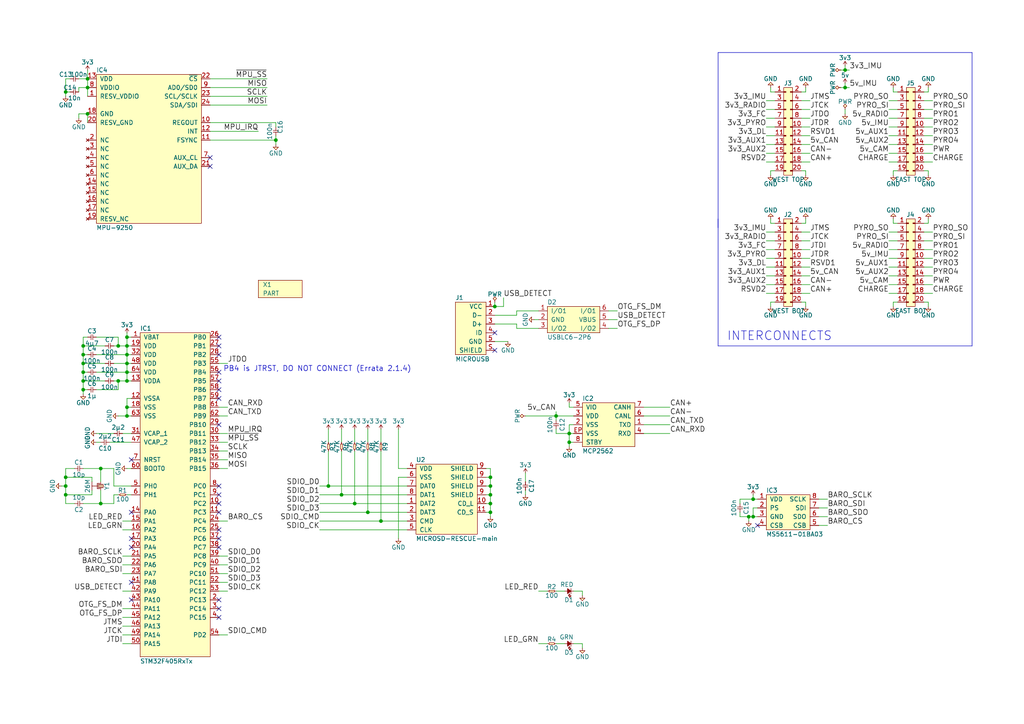
<source format=kicad_sch>
(kicad_sch (version 20230121) (generator eeschema)
  (paper "A4")
  (title_block (title "M3 IMU board schematic") (date "2017-07-28") (rev "3.1") (company "Cambridge University Spaceflight") (comment 1 "Drawn by: Gregory Brooks"))
  (junction (at 24.13 102.87))
  (junction (at 143.51 88.9))
  (junction (at 24.13 105.41))
  (junction (at 36.83 97.79))
  (junction (at 36.83 102.87))
  (junction (at 102.87 146.05))
  (junction (at 245.11 25.4))
  (junction (at 29.21 146.05))
  (junction (at 34.29 110.49))
  (junction (at 218.44 144.78))
  (junction (at 36.83 105.41))
  (junction (at 142.24 138.43))
  (junction (at 19.05 26.67))
  (junction (at 36.83 100.33))
  (junction (at 165.1 125.73))
  (junction (at 34.29 100.33))
  (junction (at 217.17 149.86))
  (junction (at 95.25 140.97))
  (junction (at 24.13 110.49))
  (junction (at 24.13 100.33))
  (junction (at 99.06 143.51))
  (junction (at 25.4 25.4))
  (junction (at 24.13 113.03))
  (junction (at 142.24 146.05))
  (junction (at 36.83 107.95))
  (junction (at 36.83 118.11))
  (junction (at 25.4 33.02))
  (junction (at 36.83 110.49))
  (junction (at 80.01 40.64))
  (junction (at 106.68 148.59))
  (junction (at 142.24 140.97))
  (junction (at 19.05 138.43))
  (junction (at 245.11 20.32))
  (junction (at 19.05 143.51))
  (junction (at 29.21 135.89))
  (junction (at 24.13 107.95))
  (junction (at 25.4 22.86))
  (junction (at 19.05 140.97))
  (junction (at 165.1 128.27))
  (junction (at 218.44 149.86))
  (junction (at 110.49 151.13))
  (junction (at 161.29 120.65))
  (junction (at 142.24 143.51))
  (junction (at 142.24 148.59))
  (junction (at 36.83 120.65))
  (no_connect (at 38.1 133.35))
  (no_connect (at 63.5 113.03))
  (no_connect (at 63.5 140.97))
  (no_connect (at 63.5 97.79))
  (no_connect (at 60.96 45.72))
  (no_connect (at 143.51 96.52))
  (no_connect (at 38.1 173.99))
  (no_connect (at 63.5 153.67))
  (no_connect (at 38.1 168.91))
  (no_connect (at 63.5 123.19))
  (no_connect (at 63.5 156.21))
  (no_connect (at 63.5 148.59))
  (no_connect (at 63.5 115.57))
  (no_connect (at 38.1 158.75))
  (no_connect (at 63.5 158.75))
  (no_connect (at 219.71 152.4))
  (no_connect (at 63.5 176.53))
  (no_connect (at 63.5 100.33))
  (no_connect (at 63.5 102.87))
  (no_connect (at 38.1 156.21))
  (no_connect (at 38.1 148.59))
  (no_connect (at 63.5 173.99))
  (no_connect (at 63.5 146.05))
  (no_connect (at 63.5 107.95))
  (no_connect (at 143.51 101.6))
  (no_connect (at 63.5 110.49))
  (no_connect (at 63.5 143.51))
  (no_connect (at 63.5 179.07))
  (no_connect (at 60.96 48.26))
  (wire (pts (xy 38.1 118.11) (xy 36.83 118.11)))
  (wire (pts (xy 223.52 26.67) (xy 224.79 26.67)))
  (wire (pts (xy 232.41 67.31) (xy 234.95 67.31)))
  (wire (pts (xy 222.25 34.29) (xy 224.79 34.29)))
  (wire (pts (xy 218.44 149.86) (xy 219.71 149.86)))
  (wire (pts (xy 33.02 100.33) (xy 34.29 100.33)))
  (wire (pts (xy 224.79 67.31) (xy 222.25 67.31)))
  (wire (pts (xy 19.05 22.86) (xy 19.05 26.67)))
  (wire (pts (xy 38.1 143.51) (xy 36.83 143.51)))
  (wire (pts (xy 232.41 80.01) (xy 234.95 80.01)))
  (wire (pts (xy 63.5 118.11) (xy 66.04 118.11)))
  (wire (pts (xy 118.11 138.43) (xy 115.57 138.43)))
  (wire (pts (xy 60.96 25.4) (xy 77.47 25.4)))
  (wire (pts (xy 33.02 105.41) (xy 36.83 105.41)))
  (wire (pts (xy 20.32 26.67) (xy 19.05 26.67)))
  (wire (pts (xy 80.01 39.37) (xy 80.01 40.64)))
  (wire (pts (xy 260.35 64.77) (xy 259.08 64.77)))
  (wire (pts (xy 30.48 100.33) (xy 24.13 100.33)))
  (wire (pts (xy 80.01 35.56) (xy 80.01 36.83)))
  (wire (pts (xy 118.11 153.67) (xy 92.71 153.67)))
  (wire (pts (xy 224.79 77.47) (xy 222.25 77.47)))
  (wire (pts (xy 26.67 138.43) (xy 19.05 138.43)))
  (wire (pts (xy 218.44 144.78) (xy 219.71 144.78)))
  (wire (pts (xy 27.94 113.03) (xy 34.29 113.03)))
  (wire (pts (xy 165.1 123.19) (xy 165.1 125.73)))
  (wire (pts (xy 34.29 143.51) (xy 33.02 143.51)))
  (wire (pts (xy 260.35 72.39) (xy 257.81 72.39)))
  (wire (pts (xy 260.35 77.47) (xy 257.81 77.47)))
  (wire (pts (xy 36.83 102.87) (xy 38.1 102.87)))
  (wire (pts (xy 224.79 69.85) (xy 222.25 69.85)))
  (wire (pts (xy 269.24 26.67) (xy 269.24 25.4)))
  (wire (pts (xy 24.13 113.03) (xy 24.13 114.3)))
  (wire (pts (xy 22.86 25.4) (xy 25.4 25.4)))
  (wire (pts (xy 214.63 148.59) (xy 214.63 149.86)))
  (wire (pts (xy 224.79 80.01) (xy 222.25 80.01)))
  (wire (pts (xy 110.49 151.13) (xy 118.11 151.13)))
  (wire (pts (xy 26.67 143.51) (xy 19.05 143.51)))
  (wire (pts (xy 161.29 120.65) (xy 161.29 121.92)))
  (wire (pts (xy 143.51 91.44) (xy 149.86 91.44)))
  (wire (pts (xy 149.86 91.44) (xy 149.86 90.17)))
  (wire (pts (xy 60.96 35.56) (xy 80.01 35.56)))
  (wire (pts (xy 35.56 166.37) (xy 38.1 166.37)))
  (wire (pts (xy 260.35 67.31) (xy 257.81 67.31)))
  (polyline (pts (xy 281.94 100.33) (xy 208.28 100.33)))
  (wire (pts (xy 267.97 46.99) (xy 270.51 46.99)))
  (wire (pts (xy 35.56 161.29) (xy 38.1 161.29)))
  (wire (pts (xy 19.05 138.43) (xy 19.05 140.97)))
  (wire (pts (xy 166.37 128.27) (xy 165.1 128.27)))
  (wire (pts (xy 19.05 140.97) (xy 17.78 140.97)))
  (wire (pts (xy 270.51 31.75) (xy 267.97 31.75)))
  (wire (pts (xy 19.05 140.97) (xy 19.05 143.51)))
  (wire (pts (xy 270.51 36.83) (xy 267.97 36.83)))
  (wire (pts (xy 143.51 87.63) (xy 143.51 88.9)))
  (wire (pts (xy 270.51 82.55) (xy 267.97 82.55)))
  (wire (pts (xy 154.94 92.71) (xy 156.21 92.71)))
  (wire (pts (xy 257.81 31.75) (xy 260.35 31.75)))
  (wire (pts (xy 66.04 128.27) (xy 63.5 128.27)))
  (wire (pts (xy 267.97 64.77) (xy 269.24 64.77)))
  (wire (pts (xy 66.04 168.91) (xy 63.5 168.91)))
  (wire (pts (xy 224.79 72.39) (xy 222.25 72.39)))
  (wire (pts (xy 232.41 85.09) (xy 234.95 85.09)))
  (wire (pts (xy 34.29 97.79) (xy 34.29 100.33)))
  (wire (pts (xy 34.29 100.33) (xy 36.83 100.33)))
  (wire (pts (xy 24.13 97.79) (xy 24.13 100.33)))
  (wire (pts (xy 24.13 110.49) (xy 24.13 113.03)))
  (wire (pts (xy 99.06 124.46) (xy 99.06 128.27)))
  (wire (pts (xy 269.24 64.77) (xy 269.24 63.5)))
  (wire (pts (xy 260.35 34.29) (xy 257.81 34.29)))
  (wire (pts (xy 222.25 41.91) (xy 224.79 41.91)))
  (wire (pts (xy 223.52 87.63) (xy 223.52 88.9)))
  (wire (pts (xy 142.24 143.51) (xy 142.24 146.05)))
  (wire (pts (xy 140.97 146.05) (xy 142.24 146.05)))
  (wire (pts (xy 33.02 140.97) (xy 38.1 140.97)))
  (wire (pts (xy 60.96 30.48) (xy 77.47 30.48)))
  (wire (pts (xy 38.1 186.69) (xy 35.56 186.69)))
  (wire (pts (xy 60.96 22.86) (xy 77.47 22.86)))
  (wire (pts (xy 27.94 128.27) (xy 29.21 128.27)))
  (wire (pts (xy 30.48 105.41) (xy 24.13 105.41)))
  (wire (pts (xy 217.17 149.86) (xy 218.44 149.86)))
  (wire (pts (xy 222.25 29.21) (xy 224.79 29.21)))
  (wire (pts (xy 143.51 88.9) (xy 146.05 88.9)))
  (wire (pts (xy 36.83 96.52) (xy 36.83 97.79)))
  (wire (pts (xy 25.4 102.87) (xy 24.13 102.87)))
  (wire (pts (xy 163.83 186.69) (xy 161.29 186.69)))
  (wire (pts (xy 237.49 152.4) (xy 240.03 152.4)))
  (wire (pts (xy 142.24 140.97) (xy 142.24 143.51)))
  (wire (pts (xy 237.49 147.32) (xy 240.03 147.32)))
  (wire (pts (xy 232.41 26.67) (xy 233.68 26.67)))
  (wire (pts (xy 102.87 146.05) (xy 118.11 146.05)))
  (wire (pts (xy 143.51 93.98) (xy 149.86 93.98)))
  (wire (pts (xy 257.81 80.01) (xy 260.35 80.01)))
  (wire (pts (xy 257.81 36.83) (xy 260.35 36.83)))
  (wire (pts (xy 222.25 31.75) (xy 224.79 31.75)))
  (wire (pts (xy 63.5 171.45) (xy 66.04 171.45)))
  (wire (pts (xy 243.84 25.4) (xy 245.11 25.4)))
  (wire (pts (xy 140.97 140.97) (xy 142.24 140.97)))
  (wire (pts (xy 260.35 82.55) (xy 257.81 82.55)))
  (wire (pts (xy 267.97 80.01) (xy 270.51 80.01)))
  (wire (pts (xy 115.57 124.46) (xy 115.57 135.89)))
  (wire (pts (xy 102.87 130.81) (xy 102.87 146.05)))
  (wire (pts (xy 36.83 97.79) (xy 36.83 100.33)))
  (wire (pts (xy 142.24 135.89) (xy 142.24 138.43)))
  (wire (pts (xy 36.83 120.65) (xy 38.1 120.65)))
  (wire (pts (xy 66.04 125.73) (xy 63.5 125.73)))
  (wire (pts (xy 38.1 179.07) (xy 35.56 179.07)))
  (wire (pts (xy 269.24 87.63) (xy 269.24 88.9)))
  (wire (pts (xy 36.83 118.11) (xy 36.83 120.65)))
  (wire (pts (xy 36.83 110.49) (xy 38.1 110.49)))
  (wire (pts (xy 115.57 138.43) (xy 115.57 156.21)))
  (wire (pts (xy 66.04 105.41) (xy 63.5 105.41)))
  (wire (pts (xy 259.08 50.8) (xy 259.08 49.53)))
  (wire (pts (xy 259.08 64.77) (xy 259.08 63.5)))
  (wire (pts (xy 223.52 64.77) (xy 224.79 64.77)))
  (wire (pts (xy 166.37 123.19) (xy 165.1 123.19)))
  (wire (pts (xy 259.08 25.4) (xy 259.08 26.67)))
  (wire (pts (xy 106.68 130.81) (xy 106.68 148.59)))
  (wire (pts (xy 66.04 120.65) (xy 63.5 120.65)))
  (wire (pts (xy 35.56 125.73) (xy 38.1 125.73)))
  (wire (pts (xy 152.4 142.24) (xy 152.4 143.51)))
  (wire (pts (xy 267.97 87.63) (xy 269.24 87.63)))
  (wire (pts (xy 165.1 125.73) (xy 166.37 125.73)))
  (wire (pts (xy 34.29 120.65) (xy 36.83 120.65)))
  (wire (pts (xy 140.97 138.43) (xy 142.24 138.43)))
  (wire (pts (xy 92.71 146.05) (xy 102.87 146.05)))
  (wire (pts (xy 20.32 22.86) (xy 19.05 22.86)))
  (wire (pts (xy 257.81 69.85) (xy 260.35 69.85)))
  (wire (pts (xy 25.4 33.02) (xy 25.4 35.56)))
  (wire (pts (xy 267.97 34.29) (xy 270.51 34.29)))
  (wire (pts (xy 33.02 110.49) (xy 34.29 110.49)))
  (wire (pts (xy 118.11 148.59) (xy 106.68 148.59)))
  (wire (pts (xy 161.29 124.46) (xy 161.29 125.73)))
  (wire (pts (xy 214.63 146.05) (xy 214.63 144.78)))
  (wire (pts (xy 223.52 50.8) (xy 223.52 49.53)))
  (wire (pts (xy 232.41 46.99) (xy 234.95 46.99)))
  (wire (pts (xy 222.25 46.99) (xy 224.79 46.99)))
  (wire (pts (xy 25.4 25.4) (xy 25.4 27.94)))
  (wire (pts (xy 95.25 130.81) (xy 95.25 140.97)))
  (wire (pts (xy 149.86 90.17) (xy 156.21 90.17)))
  (wire (pts (xy 29.21 142.24) (xy 29.21 146.05)))
  (wire (pts (xy 22.86 26.67) (xy 22.86 25.4)))
  (wire (pts (xy 245.11 19.05) (xy 245.11 20.32)))
  (wire (pts (xy 25.4 33.02) (xy 22.86 33.02)))
  (wire (pts (xy 66.04 163.83) (xy 63.5 163.83)))
  (polyline (pts (xy 208.28 66.04) (xy 208.28 63.5)))
  (wire (pts (xy 233.68 64.77) (xy 233.68 63.5)))
  (wire (pts (xy 240.03 149.86) (xy 237.49 149.86)))
  (wire (pts (xy 33.02 143.51) (xy 33.02 146.05)))
  (wire (pts (xy 233.68 87.63) (xy 233.68 88.9)))
  (wire (pts (xy 223.52 49.53) (xy 224.79 49.53)))
  (wire (pts (xy 35.56 153.67) (xy 38.1 153.67)))
  (wire (pts (xy 66.04 135.89) (xy 63.5 135.89)))
  (wire (pts (xy 25.4 20.32) (xy 25.4 22.86)))
  (wire (pts (xy 222.25 82.55) (xy 224.79 82.55)))
  (wire (pts (xy 102.87 124.46) (xy 102.87 128.27)))
  (wire (pts (xy 24.13 105.41) (xy 24.13 107.95)))
  (wire (pts (xy 35.56 184.15) (xy 38.1 184.15)))
  (wire (pts (xy 25.4 22.86) (xy 25.4 25.4)))
  (wire (pts (xy 245.11 31.75) (xy 245.11 33.02)))
  (wire (pts (xy 267.97 67.31) (xy 270.51 67.31)))
  (wire (pts (xy 35.56 176.53) (xy 38.1 176.53)))
  (wire (pts (xy 63.5 166.37) (xy 66.04 166.37)))
  (wire (pts (xy 223.52 63.5) (xy 223.52 64.77)))
  (wire (pts (xy 165.1 128.27) (xy 165.1 129.54)))
  (wire (pts (xy 267.97 85.09) (xy 270.51 85.09)))
  (wire (pts (xy 166.37 118.11) (xy 165.1 118.11)))
  (wire (pts (xy 146.05 88.9) (xy 146.05 86.36)))
  (wire (pts (xy 30.48 110.49) (xy 24.13 110.49)))
  (wire (pts (xy 222.25 44.45) (xy 224.79 44.45)))
  (wire (pts (xy 219.71 147.32) (xy 218.44 147.32)))
  (wire (pts (xy 36.83 135.89) (xy 38.1 135.89)))
  (wire (pts (xy 217.17 149.86) (xy 217.17 151.13)))
  (wire (pts (xy 232.41 31.75) (xy 234.95 31.75)))
  (wire (pts (xy 267.97 39.37) (xy 270.51 39.37)))
  (wire (pts (xy 163.83 171.45) (xy 161.29 171.45)))
  (wire (pts (xy 142.24 135.89) (xy 140.97 135.89)))
  (wire (pts (xy 152.4 120.65) (xy 161.29 120.65)))
  (wire (pts (xy 34.29 113.03) (xy 34.29 110.49)))
  (wire (pts (xy 25.4 22.86) (xy 22.86 22.86)))
  (wire (pts (xy 156.21 171.45) (xy 158.75 171.45)))
  (wire (pts (xy 19.05 143.51) (xy 19.05 146.05)))
  (wire (pts (xy 22.86 33.02) (xy 22.86 34.29)))
  (wire (pts (xy 142.24 138.43) (xy 142.24 140.97)))
  (wire (pts (xy 115.57 135.89) (xy 118.11 135.89)))
  (wire (pts (xy 186.69 118.11) (xy 194.31 118.11)))
  (wire (pts (xy 257.81 41.91) (xy 260.35 41.91)))
  (wire (pts (xy 38.1 163.83) (xy 35.56 163.83)))
  (wire (pts (xy 36.83 105.41) (xy 36.83 107.95)))
  (wire (pts (xy 232.41 82.55) (xy 234.95 82.55)))
  (wire (pts (xy 36.83 105.41) (xy 38.1 105.41)))
  (wire (pts (xy 36.83 102.87) (xy 36.83 105.41)))
  (wire (pts (xy 92.71 151.13) (xy 110.49 151.13)))
  (wire (pts (xy 29.21 139.7) (xy 29.21 135.89)))
  (wire (pts (xy 267.97 72.39) (xy 270.51 72.39)))
  (wire (pts (xy 19.05 135.89) (xy 19.05 138.43)))
  (wire (pts (xy 259.08 87.63) (xy 259.08 88.9)))
  (wire (pts (xy 92.71 140.97) (xy 95.25 140.97)))
  (wire (pts (xy 24.13 102.87) (xy 24.13 105.41)))
  (wire (pts (xy 99.06 130.81) (xy 99.06 143.51)))
  (wire (pts (xy 267.97 41.91) (xy 270.51 41.91)))
  (wire (pts (xy 106.68 148.59) (xy 92.71 148.59)))
  (wire (pts (xy 33.02 135.89) (xy 33.02 140.97)))
  (wire (pts (xy 267.97 49.53) (xy 269.24 49.53)))
  (wire (pts (xy 232.41 29.21) (xy 234.95 29.21)))
  (wire (pts (xy 19.05 26.67) (xy 19.05 27.94)))
  (wire (pts (xy 270.51 69.85) (xy 267.97 69.85)))
  (wire (pts (xy 222.25 39.37) (xy 224.79 39.37)))
  (wire (pts (xy 27.94 125.73) (xy 33.02 125.73)))
  (wire (pts (xy 24.13 107.95) (xy 24.13 110.49)))
  (wire (pts (xy 232.41 36.83) (xy 234.95 36.83)))
  (wire (pts (xy 232.41 87.63) (xy 233.68 87.63)))
  (wire (pts (xy 149.86 95.25) (xy 156.21 95.25)))
  (wire (pts (xy 33.02 146.05) (xy 29.21 146.05)))
  (wire (pts (xy 26.67 142.24) (xy 26.67 143.51)))
  (wire (pts (xy 257.81 85.09) (xy 260.35 85.09)))
  (wire (pts (xy 166.37 171.45) (xy 168.91 171.45)))
  (wire (pts (xy 143.51 99.06) (xy 147.32 99.06)))
  (wire (pts (xy 165.1 118.11) (xy 165.1 116.84)))
  (wire (pts (xy 186.69 123.19) (xy 194.31 123.19)))
  (wire (pts (xy 223.52 25.4) (xy 223.52 26.67)))
  (wire (pts (xy 25.4 107.95) (xy 24.13 107.95)))
  (wire (pts (xy 34.29 110.49) (xy 36.83 110.49)))
  (wire (pts (xy 36.83 107.95) (xy 36.83 110.49)))
  (wire (pts (xy 232.41 72.39) (xy 234.95 72.39)))
  (wire (pts (xy 233.68 49.53) (xy 233.68 50.8)))
  (wire (pts (xy 176.53 90.17) (xy 179.07 90.17)))
  (wire (pts (xy 176.53 95.25) (xy 179.07 95.25)))
  (wire (pts (xy 218.44 147.32) (xy 218.44 149.86)))
  (wire (pts (xy 267.97 26.67) (xy 269.24 26.67)))
  (wire (pts (xy 106.68 124.46) (xy 106.68 128.27)))
  (wire (pts (xy 240.03 144.78) (xy 237.49 144.78)))
  (wire (pts (xy 38.1 115.57) (xy 36.83 115.57)))
  (wire (pts (xy 224.79 74.93) (xy 222.25 74.93)))
  (wire (pts (xy 259.08 49.53) (xy 260.35 49.53)))
  (polyline (pts (xy 281.94 15.24) (xy 208.28 15.24)))
  (wire (pts (xy 243.84 20.32) (xy 245.11 20.32)))
  (wire (pts (xy 224.79 85.09) (xy 222.25 85.09)))
  (wire (pts (xy 161.29 119.38) (xy 161.29 120.65)))
  (wire (pts (xy 63.5 130.81) (xy 66.04 130.81)))
  (wire (pts (xy 27.94 97.79) (xy 34.29 97.79)))
  (polyline (pts (xy 208.28 15.24) (xy 208.28 100.33)))
  (wire (pts (xy 21.59 135.89) (xy 19.05 135.89)))
  (wire (pts (xy 161.29 125.73) (xy 165.1 125.73)))
  (wire (pts (xy 60.96 27.94) (xy 77.47 27.94)))
  (wire (pts (xy 29.21 135.89) (xy 33.02 135.89)))
  (wire (pts (xy 36.83 100.33) (xy 36.83 102.87)))
  (wire (pts (xy 38.1 171.45) (xy 35.56 171.45)))
  (wire (pts (xy 168.91 171.45) (xy 168.91 172.72)))
  (wire (pts (xy 149.86 93.98) (xy 149.86 95.25)))
  (wire (pts (xy 66.04 184.15) (xy 63.5 184.15)))
  (wire (pts (xy 60.96 40.64) (xy 80.01 40.64)))
  (wire (pts (xy 66.04 161.29) (xy 63.5 161.29)))
  (wire (pts (xy 259.08 26.67) (xy 260.35 26.67)))
  (wire (pts (xy 24.13 135.89) (xy 29.21 135.89)))
  (wire (pts (xy 140.97 143.51) (xy 142.24 143.51)))
  (wire (pts (xy 232.41 39.37) (xy 234.95 39.37)))
  (wire (pts (xy 29.21 146.05) (xy 24.13 146.05)))
  (wire (pts (xy 224.79 87.63) (xy 223.52 87.63)))
  (wire (pts (xy 24.13 100.33) (xy 24.13 102.87)))
  (wire (pts (xy 95.25 124.46) (xy 95.25 128.27)))
  (wire (pts (xy 66.04 151.13) (xy 63.5 151.13)))
  (wire (pts (xy 260.35 39.37) (xy 257.81 39.37)))
  (polyline (pts (xy 281.94 15.24) (xy 281.94 100.33)))
  (wire (pts (xy 232.41 34.29) (xy 234.95 34.29)))
  (wire (pts (xy 270.51 44.45) (xy 267.97 44.45)))
  (wire (pts (xy 36.83 115.57) (xy 36.83 118.11)))
  (wire (pts (xy 186.69 120.65) (xy 194.31 120.65)))
  (wire (pts (xy 35.56 151.13) (xy 38.1 151.13)))
  (wire (pts (xy 267.97 29.21) (xy 270.51 29.21)))
  (wire (pts (xy 232.41 41.91) (xy 234.95 41.91)))
  (wire (pts (xy 245.11 25.4) (xy 246.38 25.4)))
  (wire (pts (xy 270.51 74.93) (xy 267.97 74.93)))
  (wire (pts (xy 260.35 87.63) (xy 259.08 87.63)))
  (wire (pts (xy 232.41 44.45) (xy 234.95 44.45)))
  (wire (pts (xy 74.93 38.1) (xy 60.96 38.1)))
  (wire (pts (xy 38.1 128.27) (xy 31.75 128.27)))
  (wire (pts (xy 118.11 143.51) (xy 99.06 143.51)))
  (wire (pts (xy 36.83 107.95) (xy 38.1 107.95)))
  (wire (pts (xy 66.04 133.35) (xy 63.5 133.35)))
  (wire (pts (xy 27.94 107.95) (xy 36.83 107.95)))
  (wire (pts (xy 269.24 49.53) (xy 269.24 50.8)))
  (wire (pts (xy 25.4 97.79) (xy 24.13 97.79)))
  (wire (pts (xy 142.24 148.59) (xy 142.24 149.86)))
  (wire (pts (xy 245.11 25.4) (xy 245.11 24.13)))
  (wire (pts (xy 25.4 113.03) (xy 24.13 113.03)))
  (wire (pts (xy 161.29 120.65) (xy 166.37 120.65)))
  (wire (pts (xy 142.24 148.59) (xy 140.97 148.59)))
  (wire (pts (xy 168.91 186.69) (xy 168.91 187.96)))
  (wire (pts (xy 267.97 77.47) (xy 270.51 77.47)))
  (wire (pts (xy 27.94 102.87) (xy 36.83 102.87)))
  (wire (pts (xy 214.63 149.86) (xy 217.17 149.86)))
  (wire (pts (xy 142.24 146.05) (xy 142.24 148.59)))
  (wire (pts (xy 80.01 40.64) (xy 80.01 41.91)))
  (wire (pts (xy 36.83 100.33) (xy 38.1 100.33)))
  (wire (pts (xy 26.67 139.7) (xy 26.67 138.43)))
  (wire (pts (xy 110.49 130.81) (xy 110.49 151.13)))
  (wire (pts (xy 110.49 124.46) (xy 110.49 128.27)))
  (wire (pts (xy 179.07 92.71) (xy 176.53 92.71)))
  (wire (pts (xy 260.35 29.21) (xy 257.81 29.21)))
  (wire (pts (xy 38.1 181.61) (xy 35.56 181.61)))
  (wire (pts (xy 152.4 137.16) (xy 152.4 139.7)))
  (wire (pts (xy 95.25 140.97) (xy 118.11 140.97)))
  (wire (pts (xy 232.41 74.93) (xy 234.95 74.93)))
  (wire (pts (xy 99.06 143.51) (xy 92.71 143.51)))
  (wire (pts (xy 218.44 143.51) (xy 218.44 144.78)))
  (wire (pts (xy 232.41 49.53) (xy 233.68 49.53)))
  (wire (pts (xy 260.35 44.45) (xy 257.81 44.45)))
  (wire (pts (xy 19.05 146.05) (xy 21.59 146.05)))
  (wire (pts (xy 232.41 64.77) (xy 233.68 64.77)))
  (wire (pts (xy 257.81 74.93) (xy 260.35 74.93)))
  (wire (pts (xy 165.1 125.73) (xy 165.1 128.27)))
  (wire (pts (xy 245.11 20.32) (xy 246.38 20.32)))
  (wire (pts (xy 166.37 186.69) (xy 168.91 186.69)))
  (wire (pts (xy 257.81 46.99) (xy 260.35 46.99)))
  (wire (pts (xy 222.25 36.83) (xy 224.79 36.83)))
  (wire (pts (xy 232.41 77.47) (xy 234.95 77.47)))
  (wire (pts (xy 233.68 26.67) (xy 233.68 25.4)))
  (wire (pts (xy 232.41 69.85) (xy 234.95 69.85)))
  (wire (pts (xy 156.21 186.69) (xy 158.75 186.69)))
  (wire (pts (xy 186.69 125.73) (xy 194.31 125.73)))
  (wire (pts (xy 214.63 144.78) (xy 218.44 144.78)))
  (wire (pts (xy 36.83 97.79) (xy 38.1 97.79)))
  (text "PB4 is JTRST, DO NOT CONNECT (Errata 2.1.4)" (at 64.77 107.95 0) (effects (font (size 1.524 1.524)) (justify left bottom)))
  (text "INTERCONNECTS" (at 210.82 99.06 0) (effects (font (size 2.54 2.54)) (justify left bottom)))
  (label "3v3_DL" (at 222.25 77.47 180) (effects (font (size 1.524 1.524))))
  (label "RSVD2" (at 222.25 85.09 180) (effects (font (size 1.524 1.524))))
  (label "5v_CAN" (at 234.95 41.91 0) (effects (font (size 1.524 1.524))))
  (label "3v3_IMU" (at 222.25 67.31 180) (effects (font (size 1.524 1.524))))
  (label "BARO_SDI" (at 240.03 147.32 0) (effects (font (size 1.524 1.524))))
  (label "~{MPU_SS}" (at 66.04 128.27 0) (effects (font (size 1.524 1.524))))
  (label "3v3_PYRO" (at 222.25 36.83 180) (effects (font (size 1.524 1.524))))
  (label "3v3_AUX2" (at 222.25 82.55 180) (effects (font (size 1.524 1.524))))
  (label "JTDR" (at 234.95 74.93 0) (effects (font (size 1.524 1.524))))
  (label "SDIO_D0" (at 66.04 161.29 0) (effects (font (size 1.524 1.524))))
  (label "JTDI" (at 234.95 72.39 0) (effects (font (size 1.524 1.524))))
  (label "LED_RED" (at 35.56 151.13 180) (effects (font (size 1.524 1.524))))
  (label "CHARGE" (at 270.51 85.09 0) (effects (font (size 1.524 1.524))))
  (label "3v3_AUX1" (at 222.25 41.91 180) (effects (font (size 1.524 1.524))))
  (label "USB_DETECT" (at 35.56 171.45 180) (effects (font (size 1.524 1.524))))
  (label "BARO_SDI" (at 35.56 166.37 180) (effects (font (size 1.524 1.524))))
  (label "CAN+" (at 234.95 85.09 0) (effects (font (size 1.524 1.524))))
  (label "CAN-" (at 234.95 82.55 0) (effects (font (size 1.524 1.524))))
  (label "5v_IMU" (at 246.38 25.4 0) (effects (font (size 1.524 1.524))))
  (label "JTDR" (at 234.95 36.83 0) (effects (font (size 1.524 1.524))))
  (label "3v3_DL" (at 222.25 39.37 180) (effects (font (size 1.524 1.524))))
  (label "PYRO3" (at 270.51 77.47 0) (effects (font (size 1.524 1.524))))
  (label "JTMS" (at 234.95 67.31 0) (effects (font (size 1.524 1.524))))
  (label "SDIO_D1" (at 66.04 163.83 0) (effects (font (size 1.524 1.524))))
  (label "SDIO_D3" (at 92.71 148.59 180) (effects (font (size 1.524 1.524))))
  (label "LED_RED" (at 156.21 171.45 180) (effects (font (size 1.524 1.524))))
  (label "~{MPU_SS}" (at 77.47 22.86 180) (effects (font (size 1.524 1.524))))
  (label "SDIO_CMD" (at 66.04 184.15 0) (effects (font (size 1.524 1.524))))
  (label "3v3_IMU" (at 222.25 29.21 180) (effects (font (size 1.524 1.524))))
  (label "3v3_RADIO" (at 222.25 31.75 180) (effects (font (size 1.524 1.524))))
  (label "PYRO_SI" (at 270.51 69.85 0) (effects (font (size 1.524 1.524))))
  (label "PYRO_SO" (at 270.51 67.31 0) (effects (font (size 1.524 1.524))))
  (label "5v_IMU" (at 257.81 36.83 180) (effects (font (size 1.524 1.524))))
  (label "USB_DETECT" (at 146.05 86.36 0) (effects (font (size 1.524 1.524))))
  (label "RSVD1" (at 234.95 39.37 0) (effects (font (size 1.524 1.524))))
  (label "PYRO1" (at 270.51 72.39 0) (effects (font (size 1.524 1.524))))
  (label "CAN-" (at 194.31 120.65 0) (effects (font (size 1.524 1.524))))
  (label "SDIO_D2" (at 66.04 166.37 0) (effects (font (size 1.524 1.524))))
  (label "CAN+" (at 234.95 46.99 0) (effects (font (size 1.524 1.524))))
  (label "SDIO_CK" (at 92.71 153.67 180) (effects (font (size 1.524 1.524))))
  (label "RSVD2" (at 222.25 46.99 180) (effects (font (size 1.524 1.524))))
  (label "BARO_SDO" (at 240.03 149.86 0) (effects (font (size 1.524 1.524))))
  (label "MISO" (at 77.47 25.4 180) (effects (font (size 1.524 1.524))))
  (label "SDIO_D1" (at 92.71 143.51 180) (effects (font (size 1.524 1.524))))
  (label "JTDI" (at 35.56 186.69 180) (effects (font (size 1.524 1.524))))
  (label "LED_GRN" (at 35.56 153.67 180) (effects (font (size 1.524 1.524))))
  (label "PYRO3" (at 270.51 39.37 0) (effects (font (size 1.524 1.524))))
  (label "MISO" (at 66.04 133.35 0) (effects (font (size 1.524 1.524))))
  (label "3v3_IMU" (at 246.38 20.32 0) (effects (font (size 1.524 1.524))))
  (label "OTG_FS_DP" (at 179.07 95.25 0) (effects (font (size 1.524 1.524))))
  (label "CHARGE" (at 257.81 85.09 180) (effects (font (size 1.524 1.524))))
  (label "CHARGE" (at 257.81 46.99 180) (effects (font (size 1.524 1.524))))
  (label "PYRO4" (at 270.51 80.01 0) (effects (font (size 1.524 1.524))))
  (label "BARO_SCLK" (at 240.03 144.78 0) (effects (font (size 1.524 1.524))))
  (label "3v3_AUX2" (at 222.25 44.45 180) (effects (font (size 1.524 1.524))))
  (label "SDIO_CK" (at 66.04 171.45 0) (effects (font (size 1.524 1.524))))
  (label "CAN_TXD" (at 66.04 120.65 0) (effects (font (size 1.524 1.524))))
  (label "SCLK" (at 66.04 130.81 0) (effects (font (size 1.524 1.524))))
  (label "MOSI" (at 77.47 30.48 180) (effects (font (size 1.524 1.524))))
  (label "3v3_FC" (at 222.25 72.39 180) (effects (font (size 1.524 1.524))))
  (label "5v_AUX1" (at 257.81 77.47 180) (effects (font (size 1.524 1.524))))
  (label "CAN_TXD" (at 194.31 123.19 0) (effects (font (size 1.524 1.524))))
  (label "CHARGE" (at 270.51 46.99 0) (effects (font (size 1.524 1.524))))
  (label "JTDO" (at 234.95 34.29 0) (effects (font (size 1.524 1.524))))
  (label "JTMS" (at 35.56 181.61 180) (effects (font (size 1.524 1.524))))
  (label "5v_AUX2" (at 257.81 41.91 180) (effects (font (size 1.524 1.524))))
  (label "5v_CAN" (at 234.95 80.01 0) (effects (font (size 1.524 1.524))))
  (label "JTCK" (at 234.95 69.85 0) (effects (font (size 1.524 1.524))))
  (label "JTCK" (at 35.56 184.15 180) (effects (font (size 1.524 1.524))))
  (label "OTG_FS_DM" (at 35.56 176.53 180) (effects (font (size 1.524 1.524))))
  (label "CAN-" (at 234.95 44.45 0) (effects (font (size 1.524 1.524))))
  (label "RSVD1" (at 234.95 77.47 0) (effects (font (size 1.524 1.524))))
  (label "5v_CAM" (at 257.81 44.45 180) (effects (font (size 1.524 1.524))))
  (label "5v_IMU" (at 257.81 74.93 180) (effects (font (size 1.524 1.524))))
  (label "PYRO1" (at 270.51 34.29 0) (effects (font (size 1.524 1.524))))
  (label "5v_CAN" (at 161.29 119.38 180) (effects (font (size 1.524 1.524))))
  (label "BARO_CS" (at 240.03 152.4 0) (effects (font (size 1.524 1.524))))
  (label "PYRO_SI" (at 257.81 69.85 180) (effects (font (size 1.524 1.524))))
  (label "3v3_PYRO" (at 222.25 74.93 180) (effects (font (size 1.524 1.524))))
  (label "CAN+" (at 194.31 118.11 0) (effects (font (size 1.524 1.524))))
  (label "5v_RADIO" (at 257.81 72.39 180) (effects (font (size 1.524 1.524))))
  (label "3v3_FC" (at 222.25 34.29 180) (effects (font (size 1.524 1.524))))
  (label "PYRO_SO" (at 270.51 29.21 0) (effects (font (size 1.524 1.524))))
  (label "MOSI" (at 66.04 135.89 0) (effects (font (size 1.524 1.524))))
  (label "BARO_SCLK" (at 35.56 161.29 180) (effects (font (size 1.524 1.524))))
  (label "5v_AUX2" (at 257.81 80.01 180) (effects (font (size 1.524 1.524))))
  (label "PYRO_SI" (at 257.81 31.75 180) (effects (font (size 1.524 1.524))))
  (label "3v3_AUX1" (at 222.25 80.01 180) (effects (font (size 1.524 1.524))))
  (label "JTMS" (at 234.95 29.21 0) (effects (font (size 1.524 1.524))))
  (label "PYRO4" (at 270.51 41.91 0) (effects (font (size 1.524 1.524))))
  (label "MPU_IRQ" (at 74.93 38.1 180) (effects (font (size 1.524 1.524))))
  (label "5v_AUX1" (at 257.81 39.37 180) (effects (font (size 1.524 1.524))))
  (label "BARO_CS" (at 66.04 151.13 0) (effects (font (size 1.524 1.524))))
  (label "LED_GRN" (at 156.21 186.69 180) (effects (font (size 1.524 1.524))))
  (label "OTG_FS_DP" (at 35.56 179.07 180) (effects (font (size 1.524 1.524))))
  (label "BARO_SDO" (at 35.56 163.83 180) (effects (font (size 1.524 1.524))))
  (label "SDIO_D2" (at 92.71 146.05 180) (effects (font (size 1.524 1.524))))
  (label "PYRO2" (at 270.51 36.83 0) (effects (font (size 1.524 1.524))))
  (label "3v3_RADIO" (at 222.25 69.85 180) (effects (font (size 1.524 1.524))))
  (label "OTG_FS_DM" (at 179.07 90.17 0) (effects (font (size 1.524 1.524))))
  (label "MPU_IRQ" (at 66.04 125.73 0) (effects (font (size 1.524 1.524))))
  (label "JTDO" (at 66.04 105.41 0) (effects (font (size 1.524 1.524))))
  (label "5v_CAM" (at 257.81 82.55 180) (effects (font (size 1.524 1.524))))
  (label "PWR" (at 270.51 82.55 0) (effects (font (size 1.524 1.524))))
  (label "PWR" (at 270.51 44.45 0) (effects (font (size 1.524 1.524))))
  (label "SDIO_D3" (at 66.04 168.91 0) (effects (font (size 1.524 1.524))))
  (label "CAN_RXD" (at 66.04 118.11 0) (effects (font (size 1.524 1.524))))
  (label "SDIO_CMD" (at 92.71 151.13 180) (effects (font (size 1.524 1.524))))
  (label "JTCK" (at 234.95 31.75 0) (effects (font (size 1.524 1.524))))
  (label "5v_RADIO" (at 257.81 34.29 180) (effects (font (size 1.524 1.524))))
  (label "PYRO2" (at 270.51 74.93 0) (effects (font (size 1.524 1.524))))
  (label "PYRO_SI" (at 270.51 31.75 0) (effects (font (size 1.524 1.524))))
  (label "CAN_RXD" (at 194.31 125.73 0) (effects (font (size 1.524 1.524))))
  (label "PYRO_SO" (at 257.81 29.21 180) (effects (font (size 1.524 1.524))))
  (label "SCLK" (at 77.47 27.94 180) (effects (font (size 1.524 1.524))))
  (label "PYRO_SO" (at 257.81 67.31 180) (effects (font (size 1.524 1.524))))
  (label "SDIO_D0" (at 92.71 140.97 180) (effects (font (size 1.524 1.524))))
  (label "USB_DETECT" (at 179.07 92.71 0) (effects (font (size 1.524 1.524))))
  (symbol (lib_id "m3imu-rescue:MPU-9250") (at 43.18 43.18 0) (unit 1)
    (property "Reference" "IC4" (at 27.94 20.32 0) (effects (justify left)))
    (property "Value" "MPU-9250" (at 27.94 66.04 0) (effects (justify left)))
    (property "Footprint" "agg:QFN-24-MPU9250" (effects hide))
    (property "Datasheet" "http://43zrtwysvxb2gf29r5o0athu.wpengine.netdna-cdn.com/wp-content/uploads/2015/02/MPU-9250-Datasheet.pdf" (effects hide))
    (property "RS" "883-7942" (effects hide))
    (property "DigiKey" "1428-1019-1-ND" (effects hide))
  )
  (symbol (lib_id "m3imu-rescue:MS5611-01BA03") (at 227.33 147.32 0) (unit 1)
    (property "Reference" "IC3" (at 222.25 142.24 0) (effects (justify left)))
    (property "Value" "MS5611-01BA03" (at 222.25 154.94 0) (effects (justify left)))
    (property "Footprint" "agg:MS5611" (effects hide))
    (property "Farnell" "2362662" (effects hide))
  )
  (symbol (lib_id "m3imu-rescue:MCP2562") (at 176.53 123.19 0) (unit 1)
    (property "Reference" "IC2" (at 168.91 115.57 0) (effects (justify left)))
    (property "Value" "MCP2562" (at 168.91 130.81 0) (effects (justify left)))
    (property "Footprint" "agg:DFN-8-EP-MICROCHIP" (effects hide))
    (property "Datasheet" "http://ww1.microchip.com/downloads/en/DeviceDoc/20005167C.pdf" (effects hide))
    (property "Farnell" "2448755" (effects hide))
  )
  (symbol (lib_id "m3imu-rescue:GND") (at 233.68 88.9 0) (unit 1)
    (property "Reference" "#PWR01" (effects hide))
    (property "Value" "GND" (at 233.68 91.44 0))
  )
  (symbol (lib_id "m3imu-rescue:GND") (at 223.52 88.9 0) (unit 1)
    (property "Reference" "#PWR02" (effects hide))
    (property "Value" "GND" (at 223.52 91.44 0))
  )
  (symbol (lib_id "m3imu-rescue:GND") (at 223.52 63.5 180) (unit 1)
    (property "Reference" "#PWR03" (effects hide))
    (property "Value" "GND" (at 223.52 60.96 0))
  )
  (symbol (lib_id "m3imu-rescue:GND") (at 233.68 63.5 180) (unit 1)
    (property "Reference" "#PWR04" (effects hide))
    (property "Value" "GND" (at 233.68 60.96 0))
  )
  (symbol (lib_id "m3imu-rescue:CONN_02x10") (at 265.43 64.77 0) (unit 1)
    (property "Reference" "J4" (at 262.89 62.23 0) (effects (justify left)))
    (property "Value" "EAST BOT" (at 264.16 90.17 0))
    (property "Footprint" "agg:SFML-110-02-L-D-LC" (effects hide))
    (property "Samtec" "SFML-110-02-L-D-LC" (effects hide))
  )
  (symbol (lib_id "m3imu-rescue:GND") (at 259.08 88.9 0) (unit 1)
    (property "Reference" "#PWR05" (effects hide))
    (property "Value" "GND" (at 259.08 91.44 0))
  )
  (symbol (lib_id "m3imu-rescue:GND") (at 269.24 88.9 0) (unit 1)
    (property "Reference" "#PWR06" (effects hide))
    (property "Value" "GND" (at 269.24 91.44 0))
  )
  (symbol (lib_id "m3imu-rescue:GND") (at 259.08 63.5 180) (unit 1)
    (property "Reference" "#PWR07" (effects hide))
    (property "Value" "GND" (at 259.08 60.96 0))
  )
  (symbol (lib_id "m3imu-rescue:GND") (at 269.24 63.5 180) (unit 1)
    (property "Reference" "#PWR08" (effects hide))
    (property "Value" "GND" (at 269.24 60.96 0))
  )
  (symbol (lib_id "m3imu-rescue:3v3") (at 245.11 19.05 0) (unit 1)
    (property "Reference" "#PWR09" (effects hide))
    (property "Value" "3v3" (at 245.11 16.764 0))
  )
  (symbol (lib_id "m3imu-rescue:GND") (at 245.11 33.02 0) (unit 1)
    (property "Reference" "#PWR010" (effects hide))
    (property "Value" "GND" (at 245.11 35.56 0))
  )
  (symbol (lib_id "m3imu-rescue:3v3") (at 165.1 116.84 0) (unit 1)
    (property "Reference" "#PWR011" (effects hide))
    (property "Value" "3v3" (at 165.1 114.554 0))
  )
  (symbol (lib_id "m3imu-rescue:GND") (at 165.1 129.54 0) (unit 1)
    (property "Reference" "#PWR012" (effects hide))
    (property "Value" "GND" (at 165.1 132.08 0))
  )
  (symbol (lib_id "m3imu-rescue:C") (at 161.29 121.92 270) (unit 1)
    (property "Reference" "C12" (at 163.068 123.19 0))
    (property "Value" "100n" (at 159.512 123.19 0))
    (property "Footprint" "agg:0402" (effects hide))
    (property "Farnell" "2496771" (effects hide))
  )
  (symbol (lib_id "m3imu-rescue:3v3") (at 218.44 143.51 0) (unit 1)
    (property "Reference" "#PWR013" (effects hide))
    (property "Value" "3v3" (at 218.44 141.224 0))
  )
  (symbol (lib_id "m3imu-rescue:GND") (at 217.17 151.13 0) (unit 1)
    (property "Reference" "#PWR014" (effects hide))
    (property "Value" "GND" (at 217.17 153.67 0))
  )
  (symbol (lib_id "m3imu-rescue:C") (at 214.63 146.05 270) (unit 1)
    (property "Reference" "C15" (at 216.408 147.32 0))
    (property "Value" "100n" (at 212.852 147.32 0))
    (property "Footprint" "agg:0402" (effects hide))
    (property "Farnell" "2496771" (effects hide))
  )
  (symbol (lib_id "m3imu-rescue:LED") (at 166.37 171.45 180) (unit 1)
    (property "Reference" "D1" (at 166.37 173.99 0) (effects (justify left)))
    (property "Value" "RED" (at 166.37 169.545 0) (effects (justify left)))
    (property "Footprint" "agg:0603-LED" (effects hide))
    (property "Farnell" "2314404" (effects hide))
  )
  (symbol (lib_id "m3imu-rescue:R") (at 158.75 171.45 0) (unit 1)
    (property "Reference" "R2" (at 160.02 170.18 0))
    (property "Value" "100" (at 160.02 172.72 0))
    (property "Footprint" "agg:0402" (effects hide))
    (property "Farnell" "9239111" (effects hide))
  )
  (symbol (lib_id "m3imu-rescue:R") (at 158.75 186.69 0) (unit 1)
    (property "Reference" "R4" (at 160.02 185.42 0))
    (property "Value" "100" (at 160.02 187.96 0))
    (property "Footprint" "agg:0402" (effects hide))
    (property "Farnell" "9239111" (effects hide))
  )
  (symbol (lib_id "m3imu-rescue:LED") (at 166.37 186.69 180) (unit 1)
    (property "Reference" "D3" (at 166.37 189.23 0) (effects (justify left)))
    (property "Value" "GRN" (at 166.37 184.785 0) (effects (justify left)))
    (property "Footprint" "agg:0603-LED" (effects hide))
    (property "Farnell" "2290363" (effects hide))
  )
  (symbol (lib_id "m3imu-rescue:GND") (at 168.91 172.72 0) (unit 1)
    (property "Reference" "#PWR015" (effects hide))
    (property "Value" "GND" (at 168.91 175.26 0))
  )
  (symbol (lib_id "m3imu-rescue:GND") (at 168.91 187.96 0) (unit 1)
    (property "Reference" "#PWR016" (effects hide))
    (property "Value" "GND" (at 168.91 190.5 0))
  )
  (symbol (lib_id "m3imu-rescue:CONN_02x10") (at 229.87 64.77 0) (unit 1)
    (property "Reference" "J2" (at 227.33 62.23 0) (effects (justify left)))
    (property "Value" "WEST BOT" (at 228.6 90.17 0))
    (property "Footprint" "agg:SFML-110-02-L-D-LC" (effects hide))
    (property "Samtec" "SFML-110-02-L-D-LC" (effects hide))
  )
  (symbol (lib_id "m3imu-rescue:STM32F405RxTx") (at 50.8 143.51 0) (unit 1)
    (property "Reference" "IC1" (at 40.64 95.25 0) (effects (justify left)))
    (property "Value" "STM32F405RxTx" (at 40.64 191.77 0) (effects (justify left)))
    (property "Footprint" "agg:LQFP-64" (effects hide))
    (property "Datasheet" "http://www.st.com/st-web-ui/static/active/en/resource/technical/document/datasheet/DM00037051.pdf" (effects hide))
    (property "Farnell" "2064363" (effects hide))
  )
  (symbol (lib_id "m3imu-rescue:GND") (at 36.83 135.89 270) (unit 1)
    (property "Reference" "#PWR017" (effects hide))
    (property "Value" "GND" (at 34.29 135.89 0))
  )
  (symbol (lib_id "m3imu-rescue:C") (at 35.56 125.73 180) (unit 1)
    (property "Reference" "C11" (at 34.29 127.508 0))
    (property "Value" "2µ2" (at 34.29 123.952 0))
    (property "Footprint" "agg:0402" (effects hide))
    (property "Farnell" "2362088" (effects hide))
  )
  (symbol (lib_id "m3imu-rescue:C") (at 31.75 128.27 180) (unit 1)
    (property "Reference" "C10" (at 30.48 130.048 0))
    (property "Value" "2µ2" (at 30.48 126.492 0))
    (property "Footprint" "agg:0402" (effects hide))
    (property "Farnell" "2362088" (effects hide))
  )
  (symbol (lib_id "m3imu-rescue:GND") (at 27.94 125.73 270) (unit 1)
    (property "Reference" "#PWR018" (effects hide))
    (property "Value" "GND" (at 25.4 125.73 0))
  )
  (symbol (lib_id "m3imu-rescue:GND") (at 27.94 128.27 270) (unit 1)
    (property "Reference" "#PWR019" (effects hide))
    (property "Value" "GND" (at 25.4 128.27 0))
  )
  (symbol (lib_id "m3imu-rescue:SMD_XTAL") (at 29.21 139.7 270) (unit 1)
    (property "Reference" "Y1" (at 30.988 140.97 0))
    (property "Value" "26M" (at 25.4 140.97 0))
    (property "Footprint" "agg:XTAL-20x16" (effects hide))
    (property "Farnell" "2506952" (effects hide))
  )
  (symbol (lib_id "m3imu-rescue:C") (at 24.13 146.05 180) (unit 1)
    (property "Reference" "C2" (at 22.86 147.828 0))
    (property "Value" "10p" (at 22.86 144.272 0))
    (property "Footprint" "agg:0402" (effects hide))
    (property "Farnell" "2496790" (effects hide))
  )
  (symbol (lib_id "m3imu-rescue:C") (at 21.59 135.89 0) (unit 1)
    (property "Reference" "C1" (at 22.86 134.112 0))
    (property "Value" "10p" (at 22.86 137.668 0))
    (property "Footprint" "agg:0402" (effects hide))
    (property "Farnell" "2496790" (effects hide))
  )
  (symbol (lib_id "m3imu-rescue:GND") (at 17.78 140.97 270) (unit 1)
    (property "Reference" "#PWR020" (effects hide))
    (property "Value" "GND" (at 15.24 140.97 0))
  )
  (symbol (lib_id "m3imu-rescue:C") (at 30.48 100.33 0) (unit 1)
    (property "Reference" "C7" (at 31.75 98.552 0))
    (property "Value" "100n" (at 31.75 102.108 0))
    (property "Footprint" "agg:0402" (effects hide))
    (property "Farnell" "2496771" (effects hide))
  )
  (symbol (lib_id "m3imu-rescue:C") (at 25.4 113.03 0) (unit 1)
    (property "Reference" "C6" (at 26.67 111.252 0))
    (property "Value" "1µ" (at 26.67 114.808 0))
    (property "Footprint" "agg:0402" (effects hide))
    (property "Farnell" "2496814" (effects hide))
  )
  (symbol (lib_id "m3imu-rescue:C") (at 25.4 97.79 0) (unit 1)
    (property "Reference" "C3" (at 26.67 96.012 0))
    (property "Value" "4µ7" (at 26.67 99.568 0))
    (property "Footprint" "agg:0402" (effects hide))
    (property "Farnell" "2426952" (effects hide))
  )
  (symbol (lib_id "m3imu-rescue:C") (at 25.4 102.87 0) (unit 1)
    (property "Reference" "C4" (at 26.67 101.092 0))
    (property "Value" "100n" (at 26.67 104.648 0))
    (property "Footprint" "agg:0402" (effects hide))
    (property "Farnell" "2496771" (effects hide))
  )
  (symbol (lib_id "m3imu-rescue:C") (at 30.48 105.41 0) (unit 1)
    (property "Reference" "C8" (at 31.75 103.632 0))
    (property "Value" "100n" (at 31.75 107.188 0))
    (property "Footprint" "agg:0402" (effects hide))
    (property "Farnell" "2496771" (effects hide))
  )
  (symbol (lib_id "m3imu-rescue:C") (at 25.4 107.95 0) (unit 1)
    (property "Reference" "C5" (at 26.67 106.172 0))
    (property "Value" "100n" (at 26.67 109.728 0))
    (property "Footprint" "agg:0402" (effects hide))
    (property "Farnell" "2496771" (effects hide))
  )
  (symbol (lib_id "m3imu-rescue:C") (at 30.48 110.49 0) (unit 1)
    (property "Reference" "C9" (at 31.75 108.712 0))
    (property "Value" "100n" (at 31.75 112.268 0))
    (property "Footprint" "agg:0402" (effects hide))
    (property "Farnell" "2496771" (effects hide))
  )
  (symbol (lib_id "m3imu-rescue:GND") (at 24.13 114.3 0) (unit 1)
    (property "Reference" "#PWR021" (effects hide))
    (property "Value" "GND" (at 24.13 116.84 0))
  )
  (symbol (lib_id "m3imu-rescue:3v3") (at 36.83 96.52 0) (unit 1)
    (property "Reference" "#PWR022" (effects hide))
    (property "Value" "3v3" (at 36.83 94.234 0))
  )
  (symbol (lib_id "m3imu-rescue:GND") (at 34.29 120.65 270) (unit 1)
    (property "Reference" "#PWR023" (effects hide))
    (property "Value" "GND" (at 31.75 120.65 0))
  )
  (symbol (lib_id "m3imu-rescue:R") (at 34.29 143.51 0) (unit 1)
    (property "Reference" "R1" (at 35.56 142.24 0))
    (property "Value" "100" (at 35.56 144.78 0))
    (property "Footprint" "agg:0402" (effects hide))
    (property "Farnell" "9239111" (effects hide))
  )
  (symbol (lib_id "m3imu-rescue:PWR") (at 243.84 20.32 90) (unit 1)
    (property "Reference" "#FLG024" (effects hide))
    (property "Value" "PWR" (at 241.554 20.32 0))
  )
  (symbol (lib_id "m3imu-rescue:PWR") (at 245.11 31.75 0) (unit 1)
    (property "Reference" "#FLG025" (effects hide))
    (property "Value" "PWR" (at 245.11 29.464 0))
  )
  (symbol (lib_id "m3imu-rescue:PWR") (at 152.4 120.65 90) (unit 1)
    (property "Reference" "#FLG026" (effects hide))
    (property "Value" "PWR" (at 150.114 120.65 0))
  )
  (symbol (lib_id "m3imu-rescue:3v3") (at 25.4 20.32 0) (unit 1)
    (property "Reference" "#PWR027" (effects hide))
    (property "Value" "3v3" (at 25.4 18.034 0))
  )
  (symbol (lib_id "m3imu-rescue:C") (at 20.32 22.86 0) (unit 1)
    (property "Reference" "C13" (at 19.05 21.59 0))
    (property "Value" "100n" (at 22.86 21.59 0))
    (property "Footprint" "agg:0402" (effects hide))
    (property "Farnell" "2496771" (effects hide))
  )
  (symbol (lib_id "m3imu-rescue:C") (at 20.32 26.67 0) (unit 1)
    (property "Reference" "C14" (at 20.32 25.4 0))
    (property "Value" "10n" (at 21.59 28.448 0))
    (property "Footprint" "agg:0402" (effects hide))
    (property "Farnell" "1414575" (effects hide))
  )
  (symbol (lib_id "m3imu-rescue:GND") (at 19.05 27.94 0) (unit 1)
    (property "Reference" "#PWR028" (effects hide))
    (property "Value" "GND" (at 19.05 30.48 0))
  )
  (symbol (lib_id "m3imu-rescue:GND") (at 22.86 34.29 0) (unit 1)
    (property "Reference" "#PWR029" (effects hide))
    (property "Value" "GND" (at 22.86 36.83 0))
  )
  (symbol (lib_id "m3imu-rescue:C") (at 80.01 36.83 270) (unit 1)
    (property "Reference" "C16" (at 81.28 36.83 0))
    (property "Value" "100n" (at 78.232 38.1 0))
    (property "Footprint" "agg:0402" (effects hide))
    (property "Farnell" "2496771" (effects hide))
  )
  (symbol (lib_id "m3imu-rescue:GND") (at 80.01 41.91 0) (unit 1)
    (property "Reference" "#PWR030" (effects hide))
    (property "Value" "GND" (at 80.01 44.45 0))
  )
  (symbol (lib_id "m3imu-rescue:PWR") (at 243.84 25.4 90) (unit 1)
    (property "Reference" "#FLG031" (effects hide))
    (property "Value" "PWR" (at 241.554 25.4 0))
  )
  (symbol (lib_id "m3imu-rescue:5v") (at 245.11 24.13 0) (unit 1)
    (property "Reference" "#PWR032" (effects hide))
    (property "Value" "5v" (at 245.11 21.844 0))
  )
  (symbol (lib_id "m3imu-rescue:PART") (at 74.93 85.09 0) (unit 1)
    (property "Reference" "X1" (at 76.2 82.55 0) (effects (justify left)))
    (property "Value" "PART" (at 76.2 85.09 0) (effects (justify left)))
    (property "Footprint" "M3_IMU:cusf_logo_small" (effects hide))
  )
  (symbol (lib_id "m3imu-rescue:MICROUSB") (at 135.89 93.98 0) (unit 1)
    (property "Reference" "J1" (at 132.08 86.36 0) (effects (justify left)))
    (property "Value" "MICROUSB" (at 132.08 104.14 0) (effects (justify left)))
    (property "Footprint" "agg:MICROUSB_MOLEX_47589-0001" (effects hide))
    (property "Farnell" "1568023" (effects hide))
  )
  (symbol (lib_id "m3imu-rescue:GND") (at 147.32 99.06 0) (unit 1)
    (property "Reference" "#PWR033" (effects hide))
    (property "Value" "GND" (at 147.32 101.6 0))
  )
  (symbol (lib_id "m3imu-rescue:GND") (at 154.94 92.71 270) (unit 1)
    (property "Reference" "#PWR034" (effects hide))
    (property "Value" "GND" (at 152.4 92.71 0))
  )
  (symbol (lib_id "m3imu-rescue:USBLC6-2P6") (at 166.37 92.71 0) (unit 1)
    (property "Reference" "D2" (at 158.75 87.63 0) (effects (justify left)))
    (property "Value" "USBLC6-2P6" (at 158.75 97.79 0) (effects (justify left)))
    (property "Footprint" "agg:SOT-666" (effects hide))
    (property "Datasheet" "http://www.st.com/resource/en/datasheet/usblc6-2.pdf" (effects hide))
    (property "Farnell" "1295310" (effects hide))
  )
  (symbol (lib_id "m3imu-rescue:PWR") (at 143.51 87.63 0) (unit 1)
    (property "Reference" "#FLG035" (effects hide))
    (property "Value" "PWR" (at 143.51 85.344 0))
  )
  (symbol (lib_id "sd_reader:MICROSD-RESCUE-main") (at 128.27 143.51 0) (unit 1)
    (property "Reference" "U2" (at 120.65 133.35 0) (effects (justify left)))
    (property "Value" "MICROSD-RESCUE-main" (at 120.65 156.21 0) (effects (justify left)))
    (property "Footprint" "agg:MICROSD_MOLEX_503398-1892" (effects hide))
    (property "Farnell" "2358234" (effects hide))
  )
  (symbol (lib_id "m3imu-rescue:GND") (at 142.24 149.86 0) (unit 1)
    (property "Reference" "#PWR036" (effects hide))
    (property "Value" "GND" (at 142.24 152.4 0))
  )
  (symbol (lib_id "m3imu-rescue:C") (at 152.4 139.7 270) (unit 1)
    (property "Reference" "C17" (at 154.178 140.97 0))
    (property "Value" "100n" (at 150.622 140.97 0))
    (property "Footprint" "agg:0402" (effects hide))
    (property "Farnell" "2496771" (effects hide))
  )
  (symbol (lib_id "m3imu-rescue:GND") (at 152.4 143.51 0) (unit 1)
    (property "Reference" "#PWR037" (effects hide))
    (property "Value" "GND" (at 152.4 146.05 0))
  )
  (symbol (lib_id "m3imu-rescue:3v3") (at 152.4 137.16 0) (unit 1)
    (property "Reference" "#PWR038" (effects hide))
    (property "Value" "3v3" (at 152.4 134.874 0))
  )
  (symbol (lib_id "m3imu-rescue:GND") (at 115.57 156.21 0) (unit 1)
    (property "Reference" "#PWR039" (effects hide))
    (property "Value" "GND" (at 115.57 158.75 0))
  )
  (symbol (lib_id "m3imu-rescue:3v3") (at 115.57 124.46 0) (unit 1)
    (property "Reference" "#PWR040" (effects hide))
    (property "Value" "3v3" (at 115.57 122.174 0))
  )
  (symbol (lib_id "m3imu-rescue:R") (at 95.25 128.27 270) (unit 1)
    (property "Reference" "R3" (at 96.52 129.54 0))
    (property "Value" "47K" (at 93.98 129.54 0))
    (property "Footprint" "agg:0603" (effects hide))
    (property "Farnell" "9238689" (effects hide))
  )
  (symbol (lib_id "m3imu-rescue:R") (at 99.06 128.27 270) (unit 1)
    (property "Reference" "R6" (at 100.33 129.54 0))
    (property "Value" "47K" (at 97.79 129.54 0))
    (property "Footprint" "agg:0603" (effects hide))
    (property "Farnell" "9238689" (effects hide))
  )
  (symbol (lib_id "m3imu-rescue:R") (at 102.87 128.27 270) (unit 1)
    (property "Reference" "R7" (at 104.14 129.54 0))
    (property "Value" "47K" (at 101.6 129.54 0))
    (property "Footprint" "agg:0603" (effects hide))
    (property "Farnell" "9238689" (effects hide))
  )
  (symbol (lib_id "m3imu-rescue:R") (at 106.68 128.27 270) (unit 1)
    (property "Reference" "R8" (at 107.95 129.54 0))
    (property "Value" "47K" (at 105.41 129.54 0))
    (property "Footprint" "agg:0603" (effects hide))
    (property "Farnell" "9238689" (effects hide))
  )
  (symbol (lib_id "m3imu-rescue:R") (at 110.49 128.27 270) (unit 1)
    (property "Reference" "R9" (at 111.76 129.54 0))
    (property "Value" "47K" (at 109.22 129.54 0))
    (property "Footprint" "agg:0603" (effects hide))
    (property "Farnell" "9238689" (effects hide))
  )
  (symbol (lib_id "m3imu-rescue:3v3") (at 110.49 124.46 0) (unit 1)
    (property "Reference" "#PWR041" (effects hide))
    (property "Value" "3v3" (at 110.49 122.174 0))
  )
  (symbol (lib_id "m3imu-rescue:3v3") (at 106.68 124.46 0) (unit 1)
    (property "Reference" "#PWR042" (effects hide))
    (property "Value" "3v3" (at 106.68 122.174 0))
  )
  (symbol (lib_id "m3imu-rescue:3v3") (at 102.87 124.46 0) (unit 1)
    (property "Reference" "#PWR043" (effects hide))
    (property "Value" "3v3" (at 102.87 122.174 0))
  )
  (symbol (lib_id "m3imu-rescue:3v3") (at 99.06 124.46 0) (unit 1)
    (property "Reference" "#PWR044" (effects hide))
    (property "Value" "3v3" (at 99.06 122.174 0))
  )
  (symbol (lib_id "m3imu-rescue:3v3") (at 95.25 124.46 0) (unit 1)
    (property "Reference" "#PWR045" (effects hide))
    (property "Value" "3v3" (at 95.25 122.174 0))
  )
  (symbol (lib_id "m3imu-rescue:CONN_02x10") (at 229.87 26.67 0) (unit 1)
    (property "Reference" "J3" (at 227.33 24.13 0) (effects (justify left)))
    (property "Value" "WEST TOP" (at 228.6 52.07 0))
    (property "Footprint" "agg:TFML-110-02-L-D" (effects hide))
    (property "Samtec" "TFML-110-02-L-D" (effects hide))
  )
  (symbol (lib_id "m3imu-rescue:CONN_02x10") (at 265.43 26.67 0) (unit 1)
    (property "Reference" "J5" (at 262.89 24.13 0) (effects (justify left)))
    (property "Value" "EAST TOP" (at 264.16 52.07 0))
    (property "Footprint" "agg:TFML-110-02-L-D" (effects hide))
    (property "Samtec" "TFML-110-02-L-D" (effects hide))
  )
  (symbol (lib_id "m3imu-rescue:GND") (at 223.52 25.4 180) (unit 1)
    (property "Reference" "#PWR046" (effects hide))
    (property "Value" "GND" (at 223.52 22.86 0))
  )
  (symbol (lib_id "m3imu-rescue:GND") (at 233.68 25.4 180) (unit 1)
    (property "Reference" "#PWR047" (effects hide))
    (property "Value" "GND" (at 233.68 22.86 0))
  )
  (symbol (lib_id "m3imu-rescue:GND") (at 259.08 25.4 180) (unit 1)
    (property "Reference" "#PWR048" (effects hide))
    (property "Value" "GND" (at 259.08 22.86 0))
  )
  (symbol (lib_id "m3imu-rescue:GND") (at 269.24 25.4 180) (unit 1)
    (property "Reference" "#PWR049" (effects hide))
    (property "Value" "GND" (at 269.24 22.86 0))
  )
  (symbol (lib_id "m3imu-rescue:GND") (at 223.52 50.8 0) (unit 1)
    (property "Reference" "#PWR050" (effects hide))
    (property "Value" "GND" (at 223.52 53.34 0))
  )
  (symbol (lib_id "m3imu-rescue:GND") (at 233.68 50.8 0) (unit 1)
    (property "Reference" "#PWR051" (effects hide))
    (property "Value" "GND" (at 233.68 53.34 0))
  )
  (symbol (lib_id "m3imu-rescue:GND") (at 259.08 50.8 0) (unit 1)
    (property "Reference" "#PWR052" (effects hide))
    (property "Value" "GND" (at 259.08 53.34 0))
  )
  (symbol (lib_id "m3imu-rescue:GND") (at 269.24 50.8 0) (unit 1)
    (property "Reference" "#PWR053" (effects hide))
    (property "Value" "GND" (at 269.24 53.34 0))
  )
)
</source>
